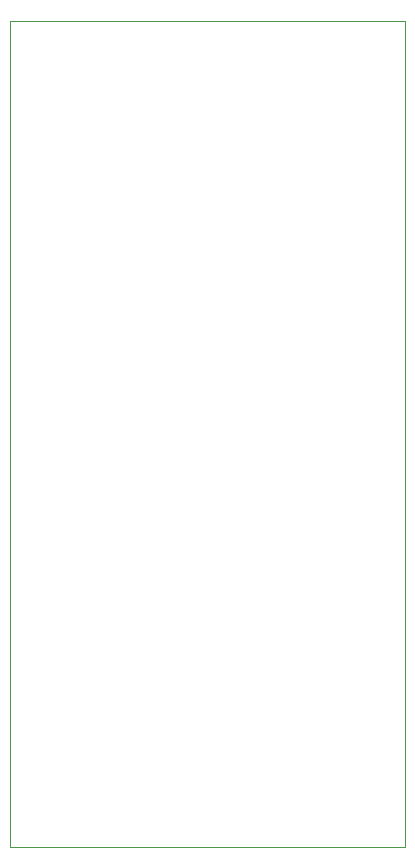
<source format=gbr>
%TF.GenerationSoftware,KiCad,Pcbnew,8.0.6-8.0.6-0~ubuntu22.04.1*%
%TF.CreationDate,2024-11-25T01:07:46+09:00*%
%TF.ProjectId,Cduino,43647569-6e6f-42e6-9b69-6361645f7063,rev?*%
%TF.SameCoordinates,Original*%
%TF.FileFunction,Profile,NP*%
%FSLAX46Y46*%
G04 Gerber Fmt 4.6, Leading zero omitted, Abs format (unit mm)*
G04 Created by KiCad (PCBNEW 8.0.6-8.0.6-0~ubuntu22.04.1) date 2024-11-25 01:07:46*
%MOMM*%
%LPD*%
G01*
G04 APERTURE LIST*
%TA.AperFunction,Profile*%
%ADD10C,0.050000*%
%TD*%
G04 APERTURE END LIST*
D10*
X114000000Y-36550000D02*
X147400000Y-36550000D01*
X147400000Y-106500000D01*
X114000000Y-106500000D01*
X114000000Y-36550000D01*
M02*

</source>
